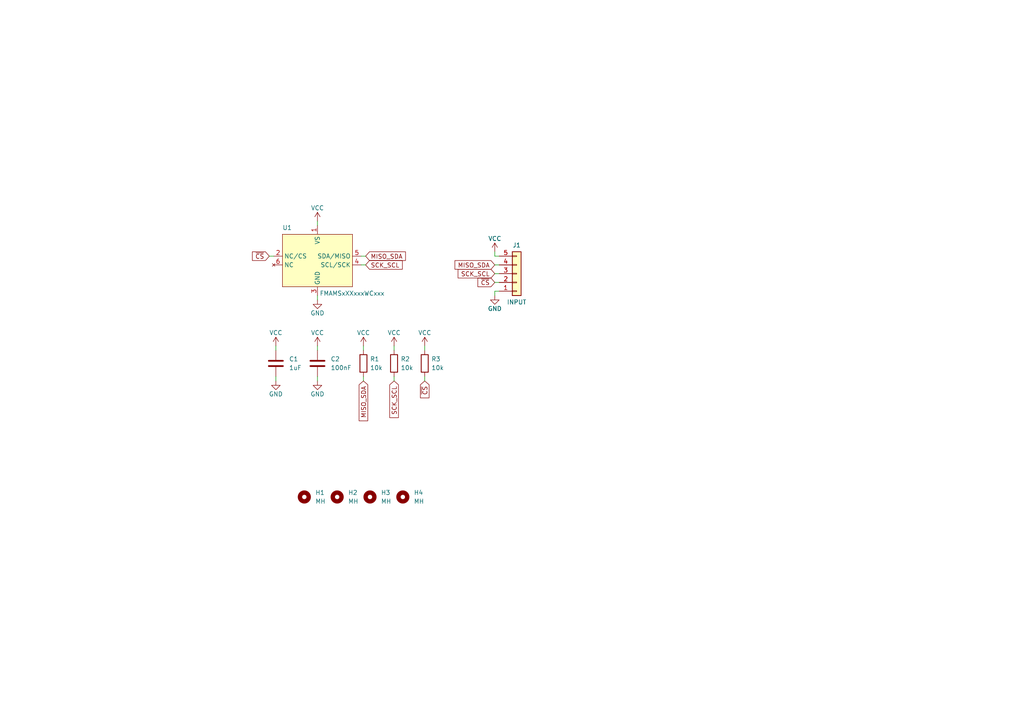
<source format=kicad_sch>
(kicad_sch (version 20211123) (generator eeschema)
  (paper "A4")
  (lib_symbols
    (symbol "Connector_Generic:Conn_01x05" (pin_names (offset 1.016) hide)
      (property "Reference" "J" (at 0 7.62 0))
      (property "Value" "Conn_01x05" (at 0 -7.62 0))
      (symbol "Conn_01x05_1_1"
        (rectangle (start -1.27 -4.953) (end 0 -5.207) (stroke (width 0.1524)))
        (rectangle (start -1.27 -2.413) (end 0 -2.667) (stroke (width 0.1524)))
        (rectangle (start -1.27 0.127) (end 0 -0.127) (stroke (width 0.1524)))
        (rectangle (start -1.27 2.667) (end 0 2.413) (stroke (width 0.1524)))
        (rectangle (start -1.27 5.207) (end 0 4.953) (stroke (width 0.1524)))
        (rectangle (start -1.27 6.35) (end 1.27 -6.35) (stroke (width 0.254)) (fill (type background)))
        (pin passive line (at -5.08 5.08 0) (length 3.81) (name "Pin_1") (number "1"))
        (pin passive line (at -5.08 2.54 0) (length 3.81) (name "Pin_2") (number "2"))
        (pin passive line (at -5.08 0 0) (length 3.81) (name "Pin_3") (number "3"))
        (pin passive line (at -5.08 -2.54 0) (length 3.81) (name "Pin_4") (number "4"))
        (pin passive line (at -5.08 -5.08 0) (length 3.81) (name "Pin_5") (number "5"))
      )
    )
    (symbol "Device:C" (pin_numbers hide) (pin_names (offset 0.254))
      (property "Reference" "C" (at 0.635 2.54 0))
      (property "Value" "C" (at 0.635 -2.54 0))
      (symbol "C_0_1"
        (polyline (pts (xy -2.032 -0.762) (xy 2.032 -0.762)) (stroke (width 0.508)))
        (polyline (pts (xy -2.032 0.762) (xy 2.032 0.762)) (stroke (width 0.508)))
      )
      (symbol "C_1_1"
        (pin passive line (at 0 3.81 270) (length 2.794) (name "~") (number "1"))
        (pin passive line (at 0 -3.81 90) (length 2.794) (name "~") (number "2"))
      )
    )
    (symbol "Device:R" (pin_numbers hide) (pin_names (offset 0))
      (property "Reference" "R" (at 2.032 0 90))
      (property "Value" "R" (at 0 0 90))
      (symbol "R_0_1"
        (rectangle (start -1.016 -2.54) (end 1.016 2.54) (stroke (width 0.254)))
      )
      (symbol "R_1_1"
        (pin passive line (at 0 3.81 270) (length 1.27) (name "~") (number "1"))
        (pin passive line (at 0 -3.81 90) (length 1.27) (name "~") (number "2"))
      )
    )
    (symbol "Mechanical:MountingHole" (pin_names (offset 1.016))
      (property "Reference" "H" (at 0 5.08 0))
      (property "Value" "MountingHole" (at 0 3.175 0))
      (symbol "MountingHole_0_1"
        (circle (center 0 0) (radius 1.27) (stroke (width 1.27)))
      )
    )
    (symbol "honeywell_fma_sensor_breakout:FMAMSxXXxxxWCxxx"
      (property "Reference" "U" (at -10.16 8.89 0))
      (property "Value" "FMAMSxXXxxxWCxxx" (at 1.27 -10.16 0))
      (symbol "FMAMSxXXxxxWCxxx_0_1"
        (rectangle (start -10.16 7.62) (end 10.16 -7.62) (fill (type background)))
      )
      (symbol "FMAMSxXXxxxWCxxx_1_1"
        (pin power_in line (at 0 10.16 270) (length 2.54) (name "VS") (number "1"))
        (pin input line (at -12.7 1.27 0) (length 2.54) (name "NC/CS") (number "2"))
        (pin power_in line (at 0 -10.16 90) (length 2.54) (name "GND") (number "3"))
        (pin input line (at 12.7 -1.27 180) (length 2.54) (name "SCL/SCK") (number "4"))
        (pin bidirectional line (at 12.7 1.27 180) (length 2.54) (name "SDA/MISO") (number "5"))
        (pin no_connect line (at -12.7 -1.27 0) (length 2.54) (name "NC") (number "6"))
      )
    )
    (symbol "power:GND" (power) (pin_names (offset 0))
      (property "Value" "GND" (at 0 -3.81 0))
      (symbol "GND_0_1"
        (polyline (pts (xy 0 0) (xy 0 -1.27) (xy 1.27 -1.27) (xy 0 -2.54) (xy -1.27 -1.27) (xy 0 -1.27)))
      )
      (symbol "GND_1_1"
        (pin power_in line (at 0 0 270) (length 0) hide (name "GND") (number "1"))
      )
    )
    (symbol "power:VCC" (power) (pin_names (offset 0))
      (property "Value" "VCC" (at 0 3.81 0))
      (symbol "VCC_0_1"
        (polyline (pts (xy -0.762 1.27) (xy 0 2.54)))
        (polyline (pts (xy 0 0) (xy 0 2.54)))
        (polyline (pts (xy 0 2.54) (xy 0.762 1.27)))
      )
      (symbol "VCC_1_1"
        (pin power_in line (at 0 0 90) (length 0) hide (name "VCC") (number "1"))
      )
    )
  )
  (wire (pts (xy 92.075 100.33) (xy 92.075 101.6)))
  (wire (pts (xy 105.41 100.33) (xy 105.41 101.6)))
  (wire (pts (xy 92.075 85.725) (xy 92.075 86.995)))
  (wire (pts (xy 78.105 74.295) (xy 79.375 74.295)))
  (wire (pts (xy 123.19 100.33) (xy 123.19 101.6)))
  (wire (pts (xy 114.3 100.33) (xy 114.3 101.6)))
  (wire (pts (xy 114.3 109.22) (xy 114.3 110.49)))
  (wire (pts (xy 104.775 76.835) (xy 106.045 76.835)))
  (wire (pts (xy 92.075 109.22) (xy 92.075 110.49)))
  (wire (pts (xy 143.51 73.025) (xy 143.51 74.295)))
  (wire (pts (xy 143.51 76.835) (xy 144.78 76.835)))
  (wire (pts (xy 123.19 109.22) (xy 123.19 110.49)))
  (wire (pts (xy 80.01 109.22) (xy 80.01 110.49)))
  (wire (pts (xy 143.51 81.915) (xy 144.78 81.915)))
  (wire (pts (xy 143.51 79.375) (xy 144.78 79.375)))
  (wire (pts (xy 143.51 85.725) (xy 143.51 84.455)))
  (wire (pts (xy 104.775 74.295) (xy 106.045 74.295)))
  (wire (pts (xy 80.01 100.33) (xy 80.01 101.6)))
  (wire (pts (xy 92.075 64.135) (xy 92.075 65.405)))
  (wire (pts (xy 143.51 74.295) (xy 144.78 74.295)))
  (wire (pts (xy 143.51 84.455) (xy 144.78 84.455)))
  (wire (pts (xy 105.41 109.22) (xy 105.41 110.49)))
  (global_label "SCK_SCL" (shape input) (at 114.3 110.49 270) (property "Intersheet References" "${INTERSHEET_REFS}" (effects hide)))
  (global_label "MISO_SDA" (shape input) (at 105.41 110.49 270) (property "Intersheet References" "${INTERSHEET_REFS}" (effects hide)))
  (global_label "SCK_SCL" (shape input) (at 143.51 79.375 180) (property "Intersheet References" "${INTERSHEET_REFS}" (effects hide)))
  (global_label "~{CS}" (shape input) (at 78.105 74.295 180) (property "Intersheet References" "${INTERSHEET_REFS}" (effects hide)))
  (global_label "SCK_SCL" (shape input) (at 106.045 76.835 0) (property "Intersheet References" "${INTERSHEET_REFS}" (effects hide)))
  (global_label "MISO_SDA" (shape input) (at 106.045 74.295 0) (property "Intersheet References" "${INTERSHEET_REFS}" (effects hide)))
  (global_label "MISO_SDA" (shape input) (at 143.51 76.835 180) (property "Intersheet References" "${INTERSHEET_REFS}" (effects hide)))
  (global_label "~{CS}" (shape input) (at 143.51 81.915 180) (property "Intersheet References" "${INTERSHEET_REFS}" (effects hide)))
  (global_label "~{CS}" (shape input) (at 123.19 110.49 270) (property "Intersheet References" "${INTERSHEET_REFS}" (effects hide)))
  (symbol (lib_id "Device:R") (at 105.41 105.41 0) (unit 1)
    (property "Reference" "R1" (at 107.315 104.1399 0) (effects (justify left)))
    (property "Value" "10k" (at 107.315 106.6799 0) (effects (justify left)))
    (property "Footprint" "Resistor_SMD:R_0603_1608Metric" (effects hide))
  )
  (symbol (lib_id "Device:R") (at 114.3 105.41 0) (unit 1)
    (property "Reference" "R2" (at 116.205 104.1399 0) (effects (justify left)))
    (property "Value" "10k" (at 116.205 106.6799 0) (effects (justify left)))
    (property "Footprint" "Resistor_SMD:R_0603_1608Metric" (effects hide))
  )
  (symbol (lib_id "Mechanical:MountingHole") (at 116.84 144.145 0) (unit 1)
    (property "Reference" "H4" (at 120.015 142.8749 0) (effects (justify left)))
    (property "Value" "MH" (at 120.015 145.4149 0) (effects (justify left)))
    (property "Footprint" "MountingHole:MountingHole_2.2mm_M2" (effects hide))
  )
  (symbol (lib_id "Mechanical:MountingHole") (at 107.315 144.145 0) (unit 1)
    (property "Reference" "H3" (at 110.49 142.8749 0) (effects (justify left)))
    (property "Value" "MH" (at 110.49 145.4149 0) (effects (justify left)))
    (property "Footprint" "MountingHole:MountingHole_2.2mm_M2" (effects hide))
  )
  (symbol (lib_id "power:VCC") (at 92.075 64.135 0) (unit 1)
    (property "Reference" "#PWR03" (effects hide))
    (property "Value" "VCC" (at 92.075 60.325 0))
  )
  (symbol (lib_id "power:GND") (at 92.075 110.49 0) (unit 1)
    (property "Reference" "#PWR06" (effects hide))
    (property "Value" "GND" (at 92.075 114.3 0))
  )
  (symbol (lib_id "power:VCC") (at 143.51 73.025 0) (unit 1)
    (property "Reference" "#PWR010" (effects hide))
    (property "Value" "VCC" (at 143.51 69.215 0))
  )
  (symbol (lib_id "Device:C") (at 80.01 105.41 0) (unit 1)
    (property "Reference" "C1" (at 83.82 104.1399 0) (effects (justify left)))
    (property "Value" "1uF" (at 83.82 106.6799 0) (effects (justify left)))
    (property "Footprint" "Capacitor_SMD:C_0603_1608Metric" (effects hide))
  )
  (symbol (lib_id "power:GND") (at 143.51 85.725 0) (unit 1)
    (property "Reference" "#PWR011" (effects hide))
    (property "Value" "GND" (at 143.51 89.535 0))
  )
  (symbol (lib_id "power:VCC") (at 105.41 100.33 0) (unit 1)
    (property "Reference" "#PWR07" (effects hide))
    (property "Value" "VCC" (at 105.41 96.52 0))
  )
  (symbol (lib_id "honeywell_fma_sensor_breakout:FMAMSxXXxxxWCxxx") (at 92.075 75.565 0) (unit 1)
    (property "Reference" "U1" (at 81.915 66.04 0) (effects (justify left)))
    (property "Value" "FMAMSxXXxxxWCxxx" (at 92.71 85.09 0) (effects (justify left)))
    (property "Footprint" "honeywell_fma_sensor_breakout:FMAMSxXXxxxWCxxx" (effects hide))
  )
  (symbol (lib_id "power:VCC") (at 114.3 100.33 0) (unit 1)
    (property "Reference" "#PWR08" (effects hide))
    (property "Value" "VCC" (at 114.3 96.52 0))
  )
  (symbol (lib_id "Device:R") (at 123.19 105.41 0) (unit 1)
    (property "Reference" "R3" (at 125.095 104.1399 0) (effects (justify left)))
    (property "Value" "10k" (at 125.095 106.6799 0) (effects (justify left)))
    (property "Footprint" "Resistor_SMD:R_0603_1608Metric" (effects hide))
  )
  (symbol (lib_id "Device:C") (at 92.075 105.41 0) (unit 1)
    (property "Reference" "C2" (at 95.885 104.1399 0) (effects (justify left)))
    (property "Value" "100nF" (at 95.885 106.6799 0) (effects (justify left)))
    (property "Footprint" "Capacitor_SMD:C_0603_1608Metric" (effects hide))
  )
  (symbol (lib_id "Mechanical:MountingHole") (at 88.265 144.145 0) (unit 1)
    (property "Reference" "H1" (at 91.44 142.8749 0) (effects (justify left)))
    (property "Value" "MH" (at 91.44 145.4149 0) (effects (justify left)))
    (property "Footprint" "MountingHole:MountingHole_2.2mm_M2" (effects hide))
  )
  (symbol (lib_id "power:GND") (at 92.075 86.995 0) (unit 1)
    (property "Reference" "#PWR04" (effects hide))
    (property "Value" "GND" (at 92.075 90.805 0))
  )
  (symbol (lib_id "power:VCC") (at 123.19 100.33 0) (unit 1)
    (property "Reference" "#PWR09" (effects hide))
    (property "Value" "VCC" (at 123.19 96.52 0))
  )
  (symbol (lib_id "Connector_Generic:Conn_01x05") (at 149.86 79.375 0) (mirror x) (unit 1)
    (property "Reference" "J1" (at 149.86 71.12 0))
    (property "Value" "INPUT" (at 149.86 87.63 0))
    (property "Footprint" "Connector_PinHeader_2.54mm:PinHeader_1x05_P2.54mm_Vertical" (effects hide))
  )
  (symbol (lib_id "Mechanical:MountingHole") (at 97.79 144.145 0) (unit 1)
    (property "Reference" "H2" (at 100.965 142.8749 0) (effects (justify left)))
    (property "Value" "MH" (at 100.965 145.4149 0) (effects (justify left)))
    (property "Footprint" "MountingHole:MountingHole_2.2mm_M2" (effects hide))
  )
  (symbol (lib_id "power:VCC") (at 80.01 100.33 0) (unit 1)
    (property "Reference" "#PWR01" (effects hide))
    (property "Value" "VCC" (at 80.01 96.52 0))
  )
  (symbol (lib_id "power:GND") (at 80.01 110.49 0) (unit 1)
    (property "Reference" "#PWR02" (effects hide))
    (property "Value" "GND" (at 80.01 114.3 0))
  )
  (symbol (lib_id "power:VCC") (at 92.075 100.33 0) (unit 1)
    (property "Reference" "#PWR05" (effects hide))
    (property "Value" "VCC" (at 92.075 96.52 0))
  )
)
</source>
